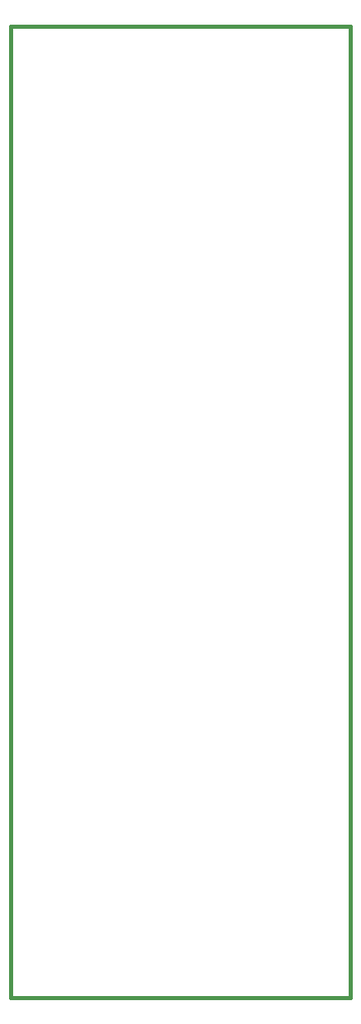
<source format=gm1>
G04 #@! TF.FileFunction,Profile,NP*
%FSLAX46Y46*%
G04 Gerber Fmt 4.6, Leading zero omitted, Abs format (unit mm)*
G04 Created by KiCad (PCBNEW 4.0.4+e1-6308~48~ubuntu15.10.1-stable) date Fri Nov 17 08:48:54 2017*
%MOMM*%
%LPD*%
G01*
G04 APERTURE LIST*
%ADD10C,0.150000*%
%ADD11C,0.381000*%
G04 APERTURE END LIST*
D10*
D11*
X62941200Y-45720000D02*
X97941200Y-45720000D01*
X62941200Y-145694400D02*
X62941200Y-45720000D01*
X97941200Y-145694400D02*
X62941200Y-145694400D01*
X97941200Y-45669200D02*
X97941200Y-145694400D01*
M02*

</source>
